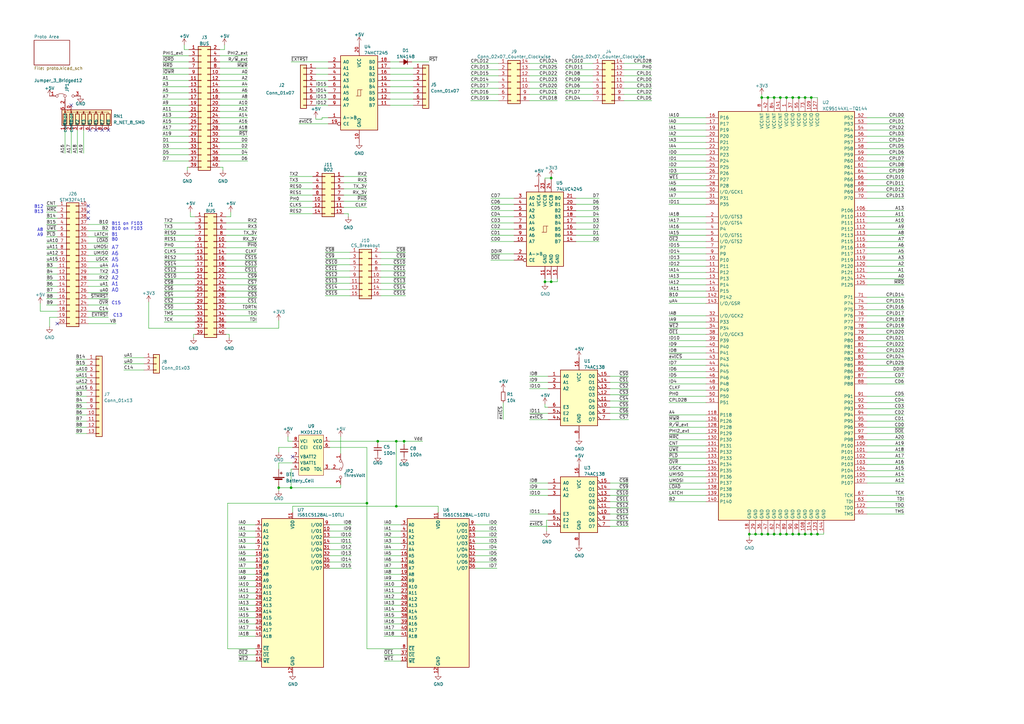
<source format=kicad_sch>
(kicad_sch (version 20230121) (generator eeschema)
  (paper "A3")
  (title_block (title "Unicomp v2 - RAMROM Board") (date "2023-02-03") (rev "v2.0") (company "100% Offner") (comment 1 "v2.0: Redesign with SRAM for Address Select"))
  (junction (at 322.58 40.005))
  (junction (at 325.12 219.075))
  (junction (at 114.3 200.025))
  (junction (at 320.04 40.005))
  (junction (at 312.42 40.005))
  (junction (at 327.66 219.075))
  (junction (at 226.06 73.025))
  (junction (at 332.74 40.005))
  (junction (at 312.42 219.075))
  (junction (at 332.74 219.075))
  (junction (at 317.5 40.005))
  (junction (at 322.58 219.075))
  (junction (at 314.96 219.075))
  (junction (at 314.96 40.005))
  (junction (at 309.88 219.075))
  (junction (at 154.94 180.975))
  (junction (at 223.52 115.57))
  (junction (at 150.495 206.375))
  (junction (at 307.34 219.075))
  (junction (at 162.56 180.975))
  (junction (at 330.2 219.075))
  (junction (at 327.66 40.005))
  (junction (at 165.735 180.975))
  (junction (at 330.2 40.005))
  (junction (at 325.12 40.005))
  (junction (at 119.38 200.025))
  (junction (at 335.28 219.075))
  (junction (at 162.56 207.645))
  (junction (at 317.5 219.075))
  (junction (at 226.06 115.57))
  (junction (at 320.04 219.075))
  (no_connect (at 120.015 187.325))
  (no_connect (at 36.83 53.34))
  (no_connect (at 44.45 53.34))
  (no_connect (at 29.21 43.18))
  (no_connect (at 36.195 84.455))
  (no_connect (at 36.195 86.995))
  (no_connect (at 36.195 89.535))
  (no_connect (at 41.91 53.34))
  (no_connect (at 39.37 53.34))
  (no_connect (at 23.495 132.715))
  (wire (pts (xy 164.465 227.965) (xy 157.48 227.965)))
  (wire (pts (xy 274.32 119.38) (xy 289.56 119.38)))
  (wire (pts (xy 66.675 58.42) (xy 77.47 58.42)))
  (wire (pts (xy 223.52 115.57) (xy 226.06 115.57)))
  (wire (pts (xy 231.775 28.575) (xy 243.205 28.575)))
  (wire (pts (xy 231.775 41.275) (xy 243.205 41.275)))
  (wire (pts (xy 36.195 120.015) (xy 44.45 120.015)))
  (wire (pts (xy 325.12 40.005) (xy 327.66 40.005)))
  (wire (pts (xy 355.6 198.12) (xy 370.84 198.12)))
  (wire (pts (xy 224.155 213.36) (xy 224.155 217.805)))
  (wire (pts (xy 274.32 60.96) (xy 289.56 60.96)))
  (wire (pts (xy 90.17 38.1) (xy 101.6 38.1)))
  (wire (pts (xy 92.71 116.84) (xy 105.41 116.84)))
  (wire (pts (xy 92.71 134.62) (xy 114.3 134.62)))
  (wire (pts (xy 133.35 111.125) (xy 143.51 111.125)))
  (wire (pts (xy 164.465 258.445) (xy 157.48 258.445)))
  (wire (pts (xy 164.465 245.745) (xy 157.48 245.745)))
  (wire (pts (xy 92.71 121.92) (xy 105.41 121.92)))
  (wire (pts (xy 355.6 170.18) (xy 370.84 170.18)))
  (wire (pts (xy 90.17 45.72) (xy 101.6 45.72)))
  (wire (pts (xy 231.775 36.195) (xy 243.205 36.195)))
  (wire (pts (xy 36.195 125.095) (xy 44.45 125.095)))
  (wire (pts (xy 90.17 30.48) (xy 101.6 30.48)))
  (wire (pts (xy 79.375 137.16) (xy 80.01 137.16)))
  (wire (pts (xy 194.945 220.345) (xy 203.835 220.345)))
  (wire (pts (xy 355.6 58.42) (xy 370.84 58.42)))
  (wire (pts (xy 317.5 40.005) (xy 320.04 40.005)))
  (wire (pts (xy 228.6 115.57) (xy 228.6 114.3)))
  (wire (pts (xy 104.775 238.125) (xy 97.79 238.125)))
  (wire (pts (xy 19.05 122.555) (xy 23.495 122.555)))
  (wire (pts (xy 201.295 106.68) (xy 210.82 106.68)))
  (wire (pts (xy 92.71 96.52) (xy 105.41 96.52)))
  (wire (pts (xy 31.115 154.94) (xy 35.56 154.94)))
  (wire (pts (xy 250.19 156.845) (xy 257.81 156.845)))
  (wire (pts (xy 226.06 73.025) (xy 226.06 73.66)))
  (wire (pts (xy 355.6 157.48) (xy 370.84 157.48)))
  (wire (pts (xy 274.32 170.18) (xy 289.56 170.18)))
  (wire (pts (xy 119.38 200.025) (xy 139.7 200.025)))
  (wire (pts (xy 104.775 255.905) (xy 97.79 255.905)))
  (wire (pts (xy 217.17 28.575) (xy 228.6 28.575)))
  (wire (pts (xy 118.11 180.975) (xy 120.015 180.975)))
  (wire (pts (xy 31.115 170.18) (xy 35.56 170.18)))
  (wire (pts (xy 332.74 219.075) (xy 335.28 219.075)))
  (wire (pts (xy 31.115 160.02) (xy 35.56 160.02)))
  (wire (pts (xy 160.02 30.48) (xy 169.545 30.48)))
  (wire (pts (xy 19.05 107.315) (xy 23.495 107.315)))
  (wire (pts (xy 250.19 205.74) (xy 257.81 205.74)))
  (wire (pts (xy 255.905 26.035) (xy 267.335 26.035)))
  (wire (pts (xy 355.6 78.74) (xy 370.84 78.74)))
  (wire (pts (xy 223.52 115.57) (xy 223.52 116.205)))
  (wire (pts (xy 90.17 35.56) (xy 101.6 35.56)))
  (wire (pts (xy 217.17 156.845) (xy 224.79 156.845)))
  (wire (pts (xy 36.195 104.775) (xy 44.45 104.775)))
  (wire (pts (xy 104.775 227.965) (xy 97.79 227.965)))
  (wire (pts (xy 307.34 219.075) (xy 309.88 219.075)))
  (wire (pts (xy 274.32 71.12) (xy 289.56 71.12)))
  (wire (pts (xy 201.295 81.28) (xy 210.82 81.28)))
  (wire (pts (xy 274.32 121.92) (xy 289.56 121.92)))
  (wire (pts (xy 133.35 113.665) (xy 143.51 113.665)))
  (wire (pts (xy 164.465 235.585) (xy 157.48 235.585)))
  (wire (pts (xy 66.675 33.02) (xy 77.47 33.02)))
  (wire (pts (xy 119.38 25.4) (xy 134.62 25.4)))
  (wire (pts (xy 135.255 183.515) (xy 150.495 183.515)))
  (wire (pts (xy 92.71 124.46) (xy 105.41 124.46)))
  (wire (pts (xy 250.19 215.9) (xy 257.81 215.9)))
  (wire (pts (xy 67.31 91.44) (xy 80.01 91.44)))
  (wire (pts (xy 307.34 220.345) (xy 307.34 219.075)))
  (wire (pts (xy 255.905 28.575) (xy 267.335 28.575)))
  (wire (pts (xy 31.115 172.72) (xy 35.56 172.72)))
  (wire (pts (xy 104.775 235.585) (xy 97.79 235.585)))
  (wire (pts (xy 92.71 91.44) (xy 105.41 91.44)))
  (wire (pts (xy 142.875 88.9) (xy 142.875 87.63)))
  (wire (pts (xy 236.22 86.36) (xy 245.745 86.36)))
  (wire (pts (xy 19.05 89.535) (xy 23.495 89.535)))
  (wire (pts (xy 231.775 38.735) (xy 243.205 38.735)))
  (wire (pts (xy 97.79 268.605) (xy 104.775 268.605)))
  (wire (pts (xy 274.32 177.8) (xy 289.56 177.8)))
  (wire (pts (xy 322.58 40.005) (xy 322.58 40.64)))
  (wire (pts (xy 355.6 172.72) (xy 370.84 172.72)))
  (wire (pts (xy 135.255 227.965) (xy 144.145 227.965)))
  (wire (pts (xy 327.66 40.005) (xy 330.2 40.005)))
  (wire (pts (xy 226.06 72.39) (xy 226.06 73.025)))
  (wire (pts (xy 93.345 266.065) (xy 104.775 266.065)))
  (wire (pts (xy 355.6 73.66) (xy 370.84 73.66)))
  (wire (pts (xy 206.375 165.1) (xy 206.375 172.085)))
  (wire (pts (xy 274.32 106.68) (xy 289.56 106.68)))
  (wire (pts (xy 355.6 203.2) (xy 370.84 203.2)))
  (wire (pts (xy 164.465 230.505) (xy 157.48 230.505)))
  (wire (pts (xy 193.04 41.275) (xy 204.47 41.275)))
  (wire (pts (xy 355.6 81.28) (xy 370.84 81.28)))
  (wire (pts (xy 133.35 106.045) (xy 143.51 106.045)))
  (wire (pts (xy 274.32 55.88) (xy 289.56 55.88)))
  (wire (pts (xy 274.32 48.26) (xy 289.56 48.26)))
  (wire (pts (xy 129.54 35.56) (xy 134.62 35.56)))
  (wire (pts (xy 50.8 149.225) (xy 59.055 149.225)))
  (wire (pts (xy 355.6 165.1) (xy 370.84 165.1)))
  (wire (pts (xy 355.6 210.82) (xy 370.84 210.82)))
  (wire (pts (xy 19.05 114.935) (xy 23.495 114.935)))
  (wire (pts (xy 16.51 124.46) (xy 16.51 127.635)))
  (wire (pts (xy 140.97 85.09) (xy 150.495 85.09)))
  (wire (pts (xy 36.195 112.395) (xy 44.45 112.395)))
  (wire (pts (xy 154.94 180.975) (xy 162.56 180.975)))
  (wire (pts (xy 274.32 104.14) (xy 289.56 104.14)))
  (wire (pts (xy 67.31 106.68) (xy 80.01 106.68)))
  (wire (pts (xy 250.19 164.465) (xy 257.81 164.465)))
  (wire (pts (xy 250.19 172.085) (xy 257.81 172.085)))
  (wire (pts (xy 236.22 81.28) (xy 245.745 81.28)))
  (wire (pts (xy 164.465 222.885) (xy 157.48 222.885)))
  (wire (pts (xy 355.6 76.2) (xy 370.84 76.2)))
  (wire (pts (xy 104.775 215.265) (xy 97.79 215.265)))
  (wire (pts (xy 66.675 63.5) (xy 77.47 63.5)))
  (wire (pts (xy 67.31 124.46) (xy 80.01 124.46)))
  (wire (pts (xy 67.31 129.54) (xy 80.01 129.54)))
  (wire (pts (xy 60.96 123.825) (xy 60.96 134.62)))
  (wire (pts (xy 355.6 53.34) (xy 370.84 53.34)))
  (wire (pts (xy 118.745 82.55) (xy 128.27 82.55)))
  (wire (pts (xy 140.97 82.55) (xy 150.495 82.55)))
  (wire (pts (xy 92.71 132.08) (xy 105.41 132.08)))
  (wire (pts (xy 274.32 116.84) (xy 289.56 116.84)))
  (wire (pts (xy 355.6 147.32) (xy 370.84 147.32)))
  (wire (pts (xy 20.32 130.175) (xy 20.32 133.985)))
  (wire (pts (xy 160.02 25.4) (xy 163.83 25.4)))
  (wire (pts (xy 317.5 40.005) (xy 317.5 40.64)))
  (wire (pts (xy 217.17 26.035) (xy 228.6 26.035)))
  (wire (pts (xy 157.48 268.605) (xy 164.465 268.605)))
  (wire (pts (xy 36.195 132.715) (xy 47.625 132.715)))
  (wire (pts (xy 92.71 114.3) (xy 105.41 114.3)))
  (wire (pts (xy 355.6 187.96) (xy 370.84 187.96)))
  (wire (pts (xy 92.71 104.14) (xy 105.41 104.14)))
  (wire (pts (xy 142.875 87.63) (xy 140.97 87.63)))
  (wire (pts (xy 274.32 162.56) (xy 289.56 162.56)))
  (wire (pts (xy 335.28 40.005) (xy 335.28 40.64)))
  (wire (pts (xy 274.32 154.94) (xy 289.56 154.94)))
  (wire (pts (xy 193.04 26.035) (xy 204.47 26.035)))
  (wire (pts (xy 355.6 99.06) (xy 370.84 99.06)))
  (wire (pts (xy 355.6 177.8) (xy 370.84 177.8)))
  (wire (pts (xy 66.675 53.34) (xy 77.47 53.34)))
  (wire (pts (xy 129.54 33.02) (xy 134.62 33.02)))
  (wire (pts (xy 19.05 120.015) (xy 23.495 120.015)))
  (wire (pts (xy 236.22 83.82) (xy 245.745 83.82)))
  (wire (pts (xy 104.775 233.045) (xy 97.79 233.045)))
  (wire (pts (xy 274.32 53.34) (xy 289.56 53.34)))
  (wire (pts (xy 194.945 227.965) (xy 203.835 227.965)))
  (wire (pts (xy 355.6 152.4) (xy 370.84 152.4)))
  (wire (pts (xy 332.74 219.075) (xy 332.74 218.44)))
  (wire (pts (xy 135.255 180.975) (xy 154.94 180.975)))
  (wire (pts (xy 223.52 73.025) (xy 223.52 73.66)))
  (wire (pts (xy 217.17 203.2) (xy 224.79 203.2)))
  (wire (pts (xy 355.6 205.74) (xy 370.84 205.74)))
  (wire (pts (xy 312.42 219.075) (xy 314.96 219.075)))
  (wire (pts (xy 114.3 201.295) (xy 114.3 200.025)))
  (wire (pts (xy 165.735 180.975) (xy 173.355 180.975)))
  (wire (pts (xy 19.05 104.775) (xy 23.495 104.775)))
  (wire (pts (xy 274.32 180.34) (xy 289.56 180.34)))
  (wire (pts (xy 135.255 230.505) (xy 144.145 230.505)))
  (wire (pts (xy 67.31 114.3) (xy 80.01 114.3)))
  (wire (pts (xy 217.17 38.735) (xy 228.6 38.735)))
  (wire (pts (xy 250.19 210.82) (xy 257.81 210.82)))
  (wire (pts (xy 156.21 118.745) (xy 166.37 118.745)))
  (wire (pts (xy 355.6 180.34) (xy 370.84 180.34)))
  (wire (pts (xy 36.195 122.555) (xy 44.45 122.555)))
  (wire (pts (xy 139.7 200.025) (xy 139.7 198.755)))
  (wire (pts (xy 332.74 40.005) (xy 335.28 40.005)))
  (wire (pts (xy 193.04 33.655) (xy 204.47 33.655)))
  (wire (pts (xy 164.465 271.145) (xy 157.48 271.145)))
  (wire (pts (xy 274.32 142.24) (xy 289.56 142.24)))
  (wire (pts (xy 129.54 43.18) (xy 134.62 43.18)))
  (wire (pts (xy 114.3 185.42) (xy 114.3 183.515)))
  (wire (pts (xy 19.05 117.475) (xy 23.495 117.475)))
  (wire (pts (xy 355.6 149.86) (xy 370.84 149.86)))
  (wire (pts (xy 355.6 142.24) (xy 370.84 142.24)))
  (wire (pts (xy 135.255 215.265) (xy 144.145 215.265)))
  (wire (pts (xy 93.345 206.375) (xy 93.345 266.065)))
  (wire (pts (xy 194.945 230.505) (xy 203.835 230.505)))
  (wire (pts (xy 76.835 68.58) (xy 77.47 68.58)))
  (wire (pts (xy 223.52 165.735) (xy 223.52 167.005)))
  (wire (pts (xy 29.21 53.34) (xy 29.21 62.865)))
  (wire (pts (xy 330.2 40.005) (xy 332.74 40.005)))
  (wire (pts (xy 330.2 219.075) (xy 332.74 219.075)))
  (wire (pts (xy 97.79 260.985) (xy 104.775 260.985)))
  (wire (pts (xy 94.615 86.995) (xy 94.615 88.9)))
  (wire (pts (xy 322.58 40.005) (xy 325.12 40.005)))
  (wire (pts (xy 274.32 114.3) (xy 289.56 114.3)))
  (wire (pts (xy 355.6 193.04) (xy 370.84 193.04)))
  (wire (pts (xy 90.17 50.8) (xy 101.6 50.8)))
  (wire (pts (xy 355.6 48.26) (xy 370.84 48.26)))
  (wire (pts (xy 355.6 50.8) (xy 370.84 50.8)))
  (wire (pts (xy 133.35 118.745) (xy 143.51 118.745)))
  (wire (pts (xy 19.05 99.695) (xy 23.495 99.695)))
  (wire (pts (xy 90.17 33.02) (xy 101.6 33.02)))
  (wire (pts (xy 120.015 210.185) (xy 120.015 207.645)))
  (wire (pts (xy 93.98 138.43) (xy 93.98 137.16)))
  (wire (pts (xy 325.12 219.075) (xy 325.12 218.44)))
  (wire (pts (xy 104.775 220.345) (xy 97.79 220.345)))
  (wire (pts (xy 66.675 43.18) (xy 77.47 43.18)))
  (wire (pts (xy 194.945 215.265) (xy 203.835 215.265)))
  (wire (pts (xy 274.32 76.2) (xy 289.56 76.2)))
  (wire (pts (xy 31.115 149.86) (xy 35.56 149.86)))
  (wire (pts (xy 194.945 217.805) (xy 203.835 217.805)))
  (wire (pts (xy 90.17 43.18) (xy 101.6 43.18)))
  (wire (pts (xy 320.04 219.075) (xy 320.04 218.44)))
  (wire (pts (xy 355.6 137.16) (xy 370.84 137.16)))
  (wire (pts (xy 274.32 205.74) (xy 289.56 205.74)))
  (wire (pts (xy 94.615 88.9) (xy 92.71 88.9)))
  (wire (pts (xy 156.21 116.205) (xy 166.37 116.205)))
  (wire (pts (xy 274.32 96.52) (xy 289.56 96.52)))
  (wire (pts (xy 31.115 175.26) (xy 35.56 175.26)))
  (wire (pts (xy 223.52 167.005) (xy 224.79 167.005)))
  (wire (pts (xy 92.71 127) (xy 105.41 127)))
  (wire (pts (xy 104.775 250.825) (xy 97.79 250.825)))
  (wire (pts (xy 320.04 40.005) (xy 322.58 40.005)))
  (wire (pts (xy 255.905 31.115) (xy 267.335 31.115)))
  (wire (pts (xy 201.295 86.36) (xy 210.82 86.36)))
  (wire (pts (xy 217.17 33.655) (xy 228.6 33.655)))
  (wire (pts (xy 160.02 38.1) (xy 169.545 38.1)))
  (wire (pts (xy 217.17 36.195) (xy 228.6 36.195)))
  (wire (pts (xy 104.775 243.205) (xy 97.79 243.205)))
  (wire (pts (xy 19.05 86.995) (xy 23.495 86.995)))
  (wire (pts (xy 355.6 86.36) (xy 370.84 86.36)))
  (wire (pts (xy 66.675 66.04) (xy 77.47 66.04)))
  (wire (pts (xy 92.71 129.54) (xy 105.41 129.54)))
  (wire (pts (xy 164.465 238.125) (xy 157.48 238.125)))
  (wire (pts (xy 355.6 185.42) (xy 370.84 185.42)))
  (wire (pts (xy 217.17 215.9) (xy 224.79 215.9)))
  (wire (pts (xy 50.8 146.685) (xy 59.055 146.685)))
  (wire (pts (xy 122.555 50.8) (xy 134.62 50.8)))
  (wire (pts (xy 193.04 28.575) (xy 204.47 28.575)))
  (wire (pts (xy 231.775 26.035) (xy 243.205 26.035)))
  (wire (pts (xy 314.96 219.075) (xy 317.5 219.075)))
  (wire (pts (xy 314.96 219.075) (xy 314.96 218.44)))
  (wire (pts (xy 156.21 113.665) (xy 166.37 113.665)))
  (wire (pts (xy 355.6 63.5) (xy 370.84 63.5)))
  (wire (pts (xy 135.255 225.425) (xy 144.145 225.425)))
  (wire (pts (xy 274.32 193.04) (xy 289.56 193.04)))
  (wire (pts (xy 312.42 219.075) (xy 312.42 218.44)))
  (wire (pts (xy 255.905 38.735) (xy 267.335 38.735)))
  (wire (pts (xy 75.565 18.415) (xy 75.565 20.32)))
  (wire (pts (xy 325.12 40.005) (xy 325.12 40.64)))
  (wire (pts (xy 104.775 230.505) (xy 97.79 230.505)))
  (wire (pts (xy 274.32 50.8) (xy 289.56 50.8)))
  (wire (pts (xy 31.115 162.56) (xy 35.56 162.56)))
  (wire (pts (xy 327.66 219.075) (xy 327.66 218.44)))
  (wire (pts (xy 327.66 219.075) (xy 330.2 219.075)))
  (wire (pts (xy 92.075 20.32) (xy 90.17 20.32)))
  (wire (pts (xy 34.29 53.34) (xy 34.29 62.865)))
  (wire (pts (xy 217.17 41.275) (xy 228.6 41.275)))
  (wire (pts (xy 236.22 88.9) (xy 245.745 88.9)))
  (wire (pts (xy 164.465 233.045) (xy 157.48 233.045)))
  (wire (pts (xy 129.54 30.48) (xy 134.62 30.48)))
  (wire (pts (xy 274.32 58.42) (xy 289.56 58.42)))
  (wire (pts (xy 325.12 219.075) (xy 327.66 219.075)))
  (wire (pts (xy 156.21 103.505) (xy 166.37 103.505)))
  (wire (pts (xy 201.295 96.52) (xy 210.82 96.52)))
  (wire (pts (xy 36.195 127.635) (xy 44.45 127.635)))
  (wire (pts (xy 104.775 248.285) (xy 97.79 248.285)))
  (wire (pts (xy 36.195 109.855) (xy 44.45 109.855)))
  (wire (pts (xy 129.54 48.26) (xy 129.54 48.895)))
  (wire (pts (xy 255.905 36.195) (xy 267.335 36.195)))
  (wire (pts (xy 114.3 200.025) (xy 119.38 200.025)))
  (wire (pts (xy 154.94 181.61) (xy 154.94 180.975)))
  (wire (pts (xy 193.04 31.115) (xy 204.47 31.115)))
  (wire (pts (xy 274.32 198.12) (xy 289.56 198.12)))
  (wire (pts (xy 129.54 27.94) (xy 134.62 27.94)))
  (wire (pts (xy 36.195 94.615) (xy 44.45 94.615)))
  (wire (pts (xy 255.905 33.655) (xy 267.335 33.655)))
  (wire (pts (xy 217.17 210.82) (xy 224.79 210.82)))
  (wire (pts (xy 355.6 124.46) (xy 370.84 124.46)))
  (wire (pts (xy 250.19 208.28) (xy 257.81 208.28)))
  (wire (pts (xy 31.115 167.64) (xy 35.56 167.64)))
  (wire (pts (xy 355.6 162.56) (xy 370.84 162.56)))
  (wire (pts (xy 355.6 93.98) (xy 370.84 93.98)))
  (wire (pts (xy 217.17 198.12) (xy 224.79 198.12)))
  (wire (pts (xy 201.295 104.14) (xy 210.82 104.14)))
  (wire (pts (xy 250.19 203.2) (xy 257.81 203.2)))
  (wire (pts (xy 355.6 116.84) (xy 370.84 116.84)))
  (wire (pts (xy 355.6 88.9) (xy 370.84 88.9)))
  (wire (pts (xy 179.705 207.645) (xy 179.705 210.185)))
  (wire (pts (xy 67.31 93.98) (xy 80.01 93.98)))
  (wire (pts (xy 193.04 36.195) (xy 204.47 36.195)))
  (wire (pts (xy 162.56 207.645) (xy 179.705 207.645)))
  (wire (pts (xy 355.6 60.96) (xy 370.84 60.96)))
  (wire (pts (xy 135.255 222.885) (xy 144.145 222.885)))
  (wire (pts (xy 119.38 192.405) (xy 119.38 200.025)))
  (wire (pts (xy 164.465 243.205) (xy 157.48 243.205)))
  (wire (pts (xy 160.02 35.56) (xy 169.545 35.56)))
  (wire (pts (xy 274.32 144.78) (xy 289.56 144.78)))
  (wire (pts (xy 164.465 225.425) (xy 157.48 225.425)))
  (wire (pts (xy 274.32 185.42) (xy 289.56 185.42)))
  (wire (pts (xy 274.32 157.48) (xy 289.56 157.48)))
  (wire (pts (xy 274.32 111.76) (xy 289.56 111.76)))
  (wire (pts (xy 36.195 130.175) (xy 44.45 130.175)))
  (wire (pts (xy 322.58 219.075) (xy 325.12 219.075)))
  (wire (pts (xy 327.66 40.005) (xy 327.66 40.64)))
  (wire (pts (xy 19.05 84.455) (xy 23.495 84.455)))
  (wire (pts (xy 140.97 72.39) (xy 150.495 72.39)))
  (wire (pts (xy 150.495 206.375) (xy 150.495 266.065)))
  (wire (pts (xy 164.465 217.805) (xy 157.48 217.805)))
  (wire (pts (xy 78.105 86.995) (xy 78.105 88.9)))
  (wire (pts (xy 66.675 38.1) (xy 77.47 38.1)))
  (wire (pts (xy 120.015 192.405) (xy 119.38 192.405)))
  (wire (pts (xy 274.32 195.58) (xy 289.56 195.58)))
  (wire (pts (xy 274.32 137.16) (xy 289.56 137.16)))
  (wire (pts (xy 250.19 161.925) (xy 257.81 161.925)))
  (wire (pts (xy 274.32 160.02) (xy 289.56 160.02)))
  (wire (pts (xy 156.21 108.585) (xy 166.37 108.585)))
  (wire (pts (xy 156.21 106.045) (xy 166.37 106.045)))
  (wire (pts (xy 118.745 77.47) (xy 128.27 77.47)))
  (wire (pts (xy 91.44 69.85) (xy 91.44 68.58)))
  (wire (pts (xy 160.02 33.02) (xy 169.545 33.02)))
  (wire (pts (xy 20.32 130.175) (xy 23.495 130.175)))
  (wire (pts (xy 114.3 189.865) (xy 120.015 189.865)))
  (wire (pts (xy 201.295 88.9) (xy 210.82 88.9)))
  (wire (pts (xy 274.32 149.86) (xy 289.56 149.86)))
  (wire (pts (xy 355.6 154.94) (xy 370.84 154.94)))
  (wire (pts (xy 67.31 101.6) (xy 80.01 101.6)))
  (wire (pts (xy 90.17 22.86) (xy 101.6 22.86)))
  (wire (pts (xy 36.195 117.475) (xy 44.45 117.475)))
  (wire (pts (xy 67.31 121.92) (xy 80.01 121.92)))
  (wire (pts (xy 355.6 175.26) (xy 370.84 175.26)))
  (wire (pts (xy 31.75 53.34) (xy 31.75 62.865)))
  (wire (pts (xy 66.675 30.48) (xy 77.47 30.48)))
  (wire (pts (xy 132.08 48.895) (xy 132.08 48.26)))
  (wire (pts (xy 274.32 182.88) (xy 289.56 182.88)))
  (wire (pts (xy 236.22 91.44) (xy 245.745 91.44)))
  (wire (pts (xy 355.6 129.54) (xy 370.84 129.54)))
  (wire (pts (xy 67.31 116.84) (xy 80.01 116.84)))
  (wire (pts (xy 274.32 139.7) (xy 289.56 139.7)))
  (wire (pts (xy 36.195 97.155) (xy 44.45 97.155)))
  (wire (pts (xy 164.465 240.665) (xy 157.48 240.665)))
  (wire (pts (xy 317.5 219.075) (xy 317.5 218.44)))
  (wire (pts (xy 250.19 213.36) (xy 257.81 213.36)))
  (wire (pts (xy 250.19 167.005) (xy 257.81 167.005)))
  (wire (pts (xy 104.775 217.805) (xy 97.79 217.805)))
  (wire (pts (xy 156.21 121.285) (xy 166.37 121.285)))
  (wire (pts (xy 133.35 108.585) (xy 143.51 108.585)))
  (wire (pts (xy 67.31 96.52) (xy 80.01 96.52)))
  (wire (pts (xy 320.04 219.075) (xy 322.58 219.075)))
  (wire (pts (xy 150.495 266.065) (xy 164.465 266.065)))
  (wire (pts (xy 104.775 240.665) (xy 97.79 240.665)))
  (wire (pts (xy 129.54 40.64) (xy 134.62 40.64)))
  (wire (pts (xy 90.17 40.64) (xy 101.6 40.64)))
  (wire (pts (xy 355.6 167.64) (xy 370.84 167.64)))
  (wire (pts (xy 274.32 99.06) (xy 289.56 99.06)))
  (wire (pts (xy 67.31 119.38) (xy 80.01 119.38)))
  (wire (pts (xy 194.945 225.425) (xy 203.835 225.425)))
  (wire (pts (xy 164.465 215.265) (xy 157.48 215.265)))
  (wire (pts (xy 224.155 213.36) (xy 224.79 213.36)))
  (wire (pts (xy 317.5 219.075) (xy 320.04 219.075)))
  (wire (pts (xy 160.02 27.94) (xy 169.545 27.94)))
  (wire (pts (xy 322.58 219.075) (xy 322.58 218.44)))
  (wire (pts (xy 274.32 78.74) (xy 289.56 78.74)))
  (wire (pts (xy 307.34 219.075) (xy 307.34 218.44)))
  (wire (pts (xy 274.32 165.1) (xy 289.56 165.1)))
  (wire (pts (xy 118.745 74.93) (xy 128.27 74.93)))
  (wire (pts (xy 66.675 48.26) (xy 77.47 48.26)))
  (wire (pts (xy 66.675 45.72) (xy 77.47 45.72)))
  (wire (pts (xy 104.775 271.145) (xy 97.79 271.145)))
  (wire (pts (xy 274.32 175.26) (xy 289.56 175.26)))
  (wire (pts (xy 92.71 109.22) (xy 105.41 109.22)))
  (wire (pts (xy 162.56 180.975) (xy 162.56 207.645)))
  (wire (pts (xy 19.05 92.075) (xy 23.495 92.075)))
  (wire (pts (xy 335.28 219.075) (xy 335.28 218.44)))
  (wire (pts (xy 312.42 38.735) (xy 312.42 40.005)))
  (wire (pts (xy 355.6 55.88) (xy 370.84 55.88)))
  (wire (pts (xy 140.97 74.93) (xy 150.495 74.93)))
  (wire (pts (xy 274.32 200.66) (xy 289.56 200.66)))
  (wire (pts (xy 312.42 40.005) (xy 314.96 40.005)))
  (wire (pts (xy 274.32 132.08) (xy 289.56 132.08)))
  (wire (pts (xy 355.6 139.7) (xy 370.84 139.7)))
  (wire (pts (xy 250.19 198.12) (xy 257.81 198.12)))
  (wire (pts (xy 193.04 38.735) (xy 204.47 38.735)))
  (wire (pts (xy 355.6 106.68) (xy 370.84 106.68)))
  (wire (pts (xy 156.21 111.125) (xy 166.37 111.125)))
  (wire (pts (xy 355.6 127) (xy 370.84 127)))
  (wire (pts (xy 104.775 225.425) (xy 97.79 225.425)))
  (wire (pts (xy 36.195 99.695) (xy 44.45 99.695)))
  (wire (pts (xy 91.44 68.58) (xy 90.17 68.58)))
  (wire (pts (xy 355.6 91.44) (xy 370.84 91.44)))
  (wire (pts (xy 274.32 152.4) (xy 289.56 152.4)))
  (wire (pts (xy 164.465 248.285) (xy 157.48 248.285)))
  (wire (pts (xy 135.255 217.805) (xy 144.145 217.805)))
  (wire (pts (xy 150.495 183.515) (xy 150.495 206.375)))
  (wire (pts (xy 104.775 258.445) (xy 97.79 258.445)))
  (wire (pts (xy 139.7 179.07) (xy 139.7 186.055)))
  (wire (pts (xy 92.71 99.06) (xy 105.41 99.06)))
  (wire (pts (xy 164.465 250.825) (xy 157.48 250.825)))
  (wire (pts (xy 274.32 109.22) (xy 289.56 109.22)))
  (wire (pts (xy 217.17 159.385) (xy 224.79 159.385)))
  (wire (pts (xy 274.32 83.82) (xy 289.56 83.82)))
  (wire (pts (xy 355.6 111.76) (xy 370.84 111.76)))
  (wire (pts (xy 93.98 137.16) (xy 92.71 137.16)))
  (wire (pts (xy 78.105 88.9) (xy 80.01 88.9)))
  (wire (pts (xy 19.05 112.395) (xy 23.495 112.395)))
  (wire (pts (xy 120.015 207.645) (xy 162.56 207.645)))
  (wire (pts (xy 217.17 154.305) (xy 224.79 154.305)))
  (wire (pts (xy 75.565 20.32) (xy 77.47 20.32)))
  (wire (pts (xy 19.05 94.615) (xy 23.495 94.615)))
  (wire (pts (xy 67.31 127) (xy 80.01 127)))
  (wire (pts (xy 355.6 208.28) (xy 370.84 208.28)))
  (wire (pts (xy 31.115 165.1) (xy 35.56 165.1)))
  (wire (pts (xy 92.71 93.98) (xy 105.41 93.98)))
  (wire (pts (xy 217.17 200.66) (xy 224.79 200.66)))
  (wire (pts (xy 26.67 53.34) (xy 26.67 62.865)))
  (wire (pts (xy 118.745 80.01) (xy 128.27 80.01)))
  (wire (pts (xy 274.32 190.5) (xy 289.56 190.5)))
  (wire (pts (xy 118.745 87.63) (xy 128.27 87.63)))
  (wire (pts (xy 355.6 132.08) (xy 370.84 132.08)))
  (wire (pts (xy 201.295 83.82) (xy 210.82 83.82)))
  (wire (pts (xy 79.375 138.43) (xy 79.375 137.16)))
  (wire (pts (xy 92.71 111.76) (xy 105.41 111.76)))
  (wire (pts (xy 231.775 33.655) (xy 243.205 33.655)))
  (wire (pts (xy 31.115 177.8) (xy 35.56 177.8)))
  (wire (pts (xy 274.32 124.46) (xy 289.56 124.46)))
  (wire (pts (xy 66.675 50.8) (xy 77.47 50.8)))
  (wire (pts (xy 67.31 99.06) (xy 80.01 99.06)))
  (wire (pts (xy 355.6 121.92) (xy 370.84 121.92)))
  (wire (pts (xy 92.075 18.415) (xy 92.075 20.32)))
  (wire (pts (xy 114.3 131.445) (xy 114.3 134.62)))
  (wire (pts (xy 60.96 134.62) (xy 80.01 134.62)))
  (wire (pts (xy 250.19 154.305) (xy 257.81 154.305)))
  (wire (pts (xy 67.31 109.22) (xy 80.01 109.22)))
  (wire (pts (xy 92.71 101.6) (xy 105.41 101.6)))
  (wire (pts (xy 140.97 77.47) (xy 150.495 77.47)))
  (wire (pts (xy 250.19 200.66) (xy 257.81 200.66)))
  (wire (pts (xy 133.35 121.285) (xy 143.51 121.285)))
  (wire (pts (xy 66.675 55.88) (xy 77.47 55.88)))
  (wire (pts (xy 36.195 107.315) (xy 44.45 107.315)))
  (wire (pts (xy 114.3 192.405) (xy 114.3 189.865)))
  (wire (pts (xy 332.74 40.005) (xy 332.74 40.64)))
  (wire (pts (xy 90.17 55.88) (xy 101.6 55.88)))
  (wire (pts (xy 50.8 151.765) (xy 59.055 151.765)))
  (wire (pts (xy 236.22 93.98) (xy 245.745 93.98)))
  (wire (pts (xy 135.255 220.345) (xy 144.145 220.345)))
  (wire (pts (xy 67.31 111.76) (xy 80.01 111.76)))
  (wire (pts (xy 150.495 206.375) (xy 93.345 206.375)))
  (wire (pts (xy 104.775 245.745) (xy 97.79 245.745)))
  (wire (pts (xy 355.6 134.62) (xy 370.84 134.62)))
  (wire (pts (xy 16.51 127.635) (xy 23.495 127.635)))
  (wire (pts (xy 135.89 192.405) (xy 135.255 192.405)))
  (wire (pts (xy 66.675 40.64) (xy 77.47 40.64)))
  (wire (pts (xy 355.6 114.3) (xy 370.84 114.3)))
  (wire (pts (xy 67.31 104.14) (xy 80.01 104.14)))
  (wire (pts (xy 201.295 91.44) (xy 210.82 91.44)))
  (wire (pts (xy 226.06 73.025) (xy 223.52 73.025)))
  (wire (pts (xy 274.32 203.2) (xy 289.56 203.2)))
  (wire (pts (xy 66.675 27.94) (xy 77.47 27.94)))
  (wire (pts (xy 223.52 114.3) (xy 223.52 115.57)))
  (wire (pts (xy 217.17 31.115) (xy 228.6 31.115)))
  (wire (pts (xy 309.88 219.075) (xy 309.88 218.44)))
  (wire (pts (xy 255.905 41.275) (xy 267.335 41.275)))
  (wire (pts (xy 157.48 260.985) (xy 164.465 260.985)))
  (wire (pts (xy 129.54 38.1) (xy 134.62 38.1)))
  (wire (pts (xy 314.96 40.005) (xy 317.5 40.005)))
  (wire (pts (xy 160.02 43.18) (xy 169.545 43.18)))
  (wire (pts (xy 66.675 25.4) (xy 77.47 25.4)))
  (wire (pts (xy 36.195 92.075) (xy 44.45 92.075)))
  (wire (pts (xy 201.295 93.98) (xy 210.82 93.98)))
  (wire (pts (xy 118.745 72.39) (xy 128.27 72.39)))
  (wire (pts (xy 90.17 66.04) (xy 101.6 66.04)))
  (wire (pts (xy 66.675 22.86) (xy 77.47 22.86)))
  (wire (pts (xy 274.32 101.6) (xy 289.56 101.6)))
  (wire (pts (xy 274.32 91.44) (xy 289.56 91.44)))
  (wire (pts (xy 355.6 144.78) (xy 370.84 144.78)))
  (wire (pts (xy 236.22 99.06) (xy 245.745 99.06)))
  (wire (pts (xy 19.05 102.235) (xy 23.495 102.235)))
  (wire (pts (xy 320.04 40.005) (xy 320.04 40.64)))
  (wire (pts (xy 133.35 116.205) (xy 143.51 116.205)))
  (wire (pts (xy 118.11 179.07) (xy 118.11 180.975)))
  (wire (pts (xy 309.88 219.075) (xy 312.42 219.075)))
  (wire (pts (xy 330.2 219.075) (xy 330.2 218.44)))
  (wire (pts (xy 164.465 220.345) (xy 157.48 220.345)))
  (wire (pts (xy 19.05 125.095) (xy 23.495 125.095)))
  (wire (pts (xy 132.08 48.26) (xy 134.62 48.26)))
  (wire (pts (xy 114.3 183.515) (xy 120.015 183.515)))
  (wire (pts (xy 194.945 233.045) (xy 203.835 233.045)))
  (wire (pts (xy 135.255 233.045) (xy 144.145 233.045)))
  (wire (pts (xy 274.32 73.66) (xy 289.56 73.66)))
  (wire (pts (xy 90.17 27.94) (xy 101.6 27.94)))
  (wire (pts (xy 274.32 147.32) (xy 289.56 147.32)))
  (wire (pts (xy 140.97 80.01) (xy 150.495 80.01)))
  (wire (pts (xy 312.42 40.005) (xy 312.42 40.64)))
  (wire (pts (xy 274.32 81.28) (xy 289.56 81.28)))
  (wire (pts (xy 231.775 31.115) (xy 243.205 31.115)))
  (wire (pts (xy 90.17 48.26) (xy 101.6 48.26)))
  (wire (pts (xy 92.71 106.68) (xy 105.41 106.68)))
  (wire (pts (xy 36.195 102.235) (xy 44.45 102.235)))
  (wire (pts (xy 355.6 104.14) (xy 370.84 104.14)))
  (wire (pts (xy 165.735 182.245) (xy 165.735 180.975)))
  (wire (pts (xy 160.02 40.64) (xy 169.545 40.64)))
  (wire (pts (xy 355.6 182.88) (xy 370.84 182.88)))
  (wire (pts (xy 274.32 187.96) (xy 289.56 187.96)))
  (wire (pts (xy 355.6 101.6) (xy 370.84 101.6)))
  (wire (pts (xy 129.54 48.895) (xy 132.08 48.895)))
  (wire (pts (xy 355.6 190.5) (xy 370.84 190.5)))
  (wire (pts (xy 330.2 40.005) (xy 330.2 40.64)))
  (wire (pts (xy 90.17 63.5) (xy 101.6 63.5)))
  (wire (pts (xy 104.775 222.885) (xy 97.79 222.885)))
  (wire (pts (xy 19.05 97.155) (xy 23.495 97.155)))
  (wire (pts (xy 274.32 172.72) (xy 289.56 172.72)))
  (wire (pts (xy 76.835 69.85) (xy 76.835 68.58)))
  (wire (pts (xy 274.32 88.9) (xy 289.56 88.9)))
  (wire (pts (xy 118.745 85.09) (xy 128.27 85.09)))
  (wire (pts (xy 355.6 195.58) (xy 370.84 195.58)))
  (wire (pts (xy 355.6 71.12) (xy 370.84 71.12)))
  (wire (pts (xy 36.195 114.935) (xy 44.45 114.935)))
  (wire (pts (xy 236.22 96.52) (xy 245.745 96.52)))
  (wire (pts (xy 104.775 253.365) (xy 97.79 253.365)))
  (wire (pts (xy 201.295 99.06) (xy 210.82 99.06)))
  (wire (pts (xy 250.19 159.385) (xy 257.81 159.385)))
  (wire (pts (xy 226.06 115.57) (xy 226.06 114.3)))
  (wire (pts (xy 31.115 152.4) (xy 35.56 152.4)))
  (wire (pts (xy 133.35 103.505) (xy 143.51 103.505)))
  (wire (pts (xy 31.115 147.32) (xy 35.56 147.32)))
  (wire (pts (xy 274.32 134.62) (xy 289.56 134.62)))
  (wire (pts (xy 66.675 35.56) (xy 77.47 35.56)))
  (wire (pts (xy 217.17 169.545) (xy 224.79 169.545)))
  (wire (pts (xy 31.115 157.48) (xy 35.56 157.48)))
  (wire (pts (xy 164.465 253.365) (xy 157.48 253.365)))
  (wire (pts (xy 355.6 66.04) (xy 370.84 66.04)))
  (wire (pts (xy 67.31 132.08) (xy 80.01 132.08)))
  (wire (pts (xy 250.19 169.545) (xy 257.81 169.545)))
  (wire (pts (xy 355.6 96.52) (xy 370.84 96.52)))
  (wire (pts (xy 274.32 63.5) (xy 289.56 63.5)))
  (wire (pts (xy 66.675 60.96) (xy 77.47 60.96)))
  (wire (pts (xy 90.17 53.34) (xy 101.6 53.34)))
  (wire (pts (xy 314.96 40.005) (xy 314.96 40.64)))
  (wire (pts (xy 194.945 222.885) (xy 203.835 222.885)))
  (wire (pts (xy 90.17 25.4) (xy 101.6 25.4)))
  (wire (pts (xy 337.82 219.075) (xy 337.82 218.44)))
  (wire (pts (xy 274.32 129.54) (xy 289.56 129.54)))
  (wire (pts (xy 92.71 119.38) (xy 105.41 119.38)))
  (wire (pts (xy 355.6 68.58) (xy 370.84 68.58)))
  (wire (pts (xy 168.91 25.4) (xy 175.895 25.4)))
  (wire (pts (xy 355.6 109.22) (xy 370.84 109.22)))
  (wire (pts (xy 274.32 68.58) (xy 289.56 68.58)))
  (wire (pts (xy 164.465 255.905) (xy 157.48 255.905)))
  (wire (pts (xy 226.06 115.57) (xy 228.6 115.57)))
  (wire (pts (xy 90.17 58.42) (xy 101.6 58.42)))
  (wire (pts (xy 19.05 109.855) (xy 23.495 109.855)))
  (wire (pts (xy 165.735 180.975) (xy 162.56 180.975)))
  (wire (pts (xy 217.17 172.085) (xy 224.79 172.085)))
  (wire (pts (xy 274.32 66.04) (xy 289.56 66.04)))
  (wire (pts (xy 90.17 60.96) (xy 101.6 60.96)))
  (wire (pts (xy 274.32 93.98) (xy 289.56 93.98)))
  (wire (pts (xy 335.28 219.075) (xy 337.82 219.075)))
  (text "C13" (at 46.355 130.175 0) (effects (font (size 1.27 1.27)) (justify left bottom)))
  (text "B11 on F103\nB10 on F103" (at 45.72 94.615 0) (effects (font (size 1.27 1.27)) (justify left bottom)))
  (text "B12\nB13" (at 13.97 87.63 0) (effects (font (size 1.27 1.27)) (justify left bottom)))
  (text "C15" (at 45.72 125.095 0) (effects (font (size 1.27 1.27)) (justify left bottom)))
  (text "A7\nA6\nA5\nA4\nA3\nA2\nA1\nA0" (at 45.72 120.015 0) (effects (font (size 1.55 1.55)) (justify left bottom)))
  (text "B1\nB0" (at 45.72 99.06 0) (effects (font (size 1.27 1.27)) (justify left bottom)))
  (text "A8\nA9" (at 15.24 97.155 0) (effects (font (size 1.27 1.27)) (justify left bottom)))
  (label "ID15" (at 274.32 101.6 0))
  (label "CD3" (at 201.295 91.44 0))
  (label "B14" (at 31.115 147.32 0))
  (label "RES1" (at 118.745 80.01 0))
  (label "~{CS7}" (at 105.41 116.84 180))
  (label "IA16" (at 274.32 93.98 0))
  (label "~{extCS}" (at 122.555 50.8 0))
  (label "B4" (at 31.115 165.1 0))
  (label "IA10" (at 274.32 48.26 0))
  (label "CLKF" (at 274.32 160.02 0))
  (label "~{CS13}" (at 133.35 116.205 0))
  (label "B2" (at 274.32 205.74 0))
  (label "CPLD15" (at 193.04 31.115 0))
  (label "~{EXTRST}" (at 119.38 25.4 0))
  (label "ID4" (at 274.32 157.48 0))
  (label "ID10" (at 144.145 220.345 180))
  (label "CD7" (at 201.295 81.28 0))
  (label "IA5" (at 97.79 227.965 0))
  (label "A17" (at 29.21 62.865 90))
  (label "~{CS4}" (at 67.31 121.92 0))
  (label "CPLD28" (at 274.32 165.1 0))
  (label "~{CS12}" (at 257.81 208.28 180))
  (label "ID14" (at 274.32 104.14 0))
  (label "~{CS15}" (at 105.41 106.68 180))
  (label "UMISO" (at 44.45 104.775 180))
  (label "~{CS8}" (at 166.37 103.505 180))
  (label "CPLD18" (at 228.6 41.275 180))
  (label "IA10" (at 157.48 240.665 0))
  (label "~{CS3}" (at 105.41 121.92 180))
  (label "A7" (at 370.84 99.06 180))
  (label "A16" (at 26.67 62.865 90))
  (label "CPLD12" (at 370.84 78.74 180))
  (label "~{MRC}" (at 19.05 86.995 0))
  (label "ID4" (at 203.835 225.425 180))
  (label "~{OVR}" (at 274.32 190.5 0))
  (label "B8" (at 19.05 122.555 0))
  (label "B7" (at 19.05 120.015 0))
  (label "IA14" (at 157.48 250.825 0))
  (label "A4" (at 274.32 170.18 0))
  (label "TDRTN" (at 105.41 127 180))
  (label "~{CS5}" (at 257.81 167.005 180))
  (label "ID9" (at 217.17 200.66 0))
  (label "CNT" (at 19.05 84.455 0))
  (label "CPLD22" (at 370.84 142.24 180))
  (label "LATCH" (at 274.32 203.2 0))
  (label "R{slash}~{W}_ext" (at 101.6 25.4 180))
  (label "~{CS14}" (at 133.35 118.745 0))
  (label "CPLD8" (at 370.84 68.58 180))
  (label "~{CS10}" (at 67.31 114.3 0))
  (label "~{OE2}" (at 274.32 99.06 0))
  (label "CPLD0" (at 370.84 48.26 180))
  (label "IA12" (at 274.32 116.84 0))
  (label "USCK" (at 44.45 107.315 180))
  (label "uA12" (at 19.05 104.775 0))
  (label "~{OE1}" (at 274.32 137.16 0))
  (label "RES0" (at 118.745 77.47 0))
  (label "A17" (at 370.84 187.96 180))
  (label "ID11" (at 144.145 222.885 180))
  (label "A10" (at 101.6 43.18 180))
  (label "D5" (at 245.745 86.36 180))
  (label "ID12" (at 274.32 109.22 0))
  (label "A0" (at 101.6 30.48 180))
  (label "CPLD23" (at 370.84 144.78 180))
  (label "ID9" (at 274.32 142.24 0))
  (label "IA15" (at 97.79 253.365 0))
  (label "~{CS9}" (at 257.81 200.66 180))
  (label "IA17" (at 97.79 258.445 0))
  (label "CD2" (at 201.295 93.98 0))
  (label "~{OE1}" (at 157.48 268.605 0))
  (label "CPLD23" (at 228.6 33.655 180))
  (label "~{CS1}" (at 257.81 156.845 180))
  (label "CLKF" (at 105.41 104.14 180))
  (label "CLKF" (at 150.495 85.09 180))
  (label "PH0" (at 267.335 28.575 180))
  (label "CPLD19" (at 370.84 134.62 180))
  (label "~{CS5}" (at 105.41 119.38 180))
  (label "CD0" (at 201.295 99.06 0))
  (label "IA5" (at 157.48 227.965 0))
  (label "IA11" (at 97.79 243.205 0))
  (label "B10" (at 44.45 92.075 180))
  (label "ID11" (at 274.32 83.82 0))
  (label "RX3" (at 105.41 93.98 180))
  (label "~{CS11}" (at 105.41 111.76 180))
  (label "CPLD13" (at 193.04 28.575 0))
  (label "~{CS13}" (at 257.81 210.82 180))
  (label "~{CS12}" (at 133.35 113.665 0))
  (label "TX2" (at 118.745 72.39 0))
  (label "TX2" (at 67.31 91.44 0))
  (label "~{extCS}" (at 217.17 215.9 0))
  (label "CD0" (at 370.84 175.26 180))
  (label "~{CS1}" (at 105.41 124.46 180))
  (label "IA13" (at 157.48 248.285 0))
  (label "~{MWR}" (at 274.32 172.72 0))
  (label "TX3" (at 67.31 93.98 0))
  (label "D0" (at 245.745 99.06 180))
  (label "CD1" (at 201.295 96.52 0))
  (label "~{CS13}" (at 105.41 109.22 180))
  (label "D5" (at 66.675 63.5 0))
  (label "A1" (at 370.84 111.76 180))
  (label "CPLD16" (at 370.84 127 180))
  (label "CD6" (at 201.295 83.82 0))
  (label "~{PLD}" (at 274.32 187.96 0))
  (label "B15" (at 31.115 149.86 0))
  (label "~{CS12}" (at 166.37 113.665 180))
  (label "~{CS13}" (at 166.37 116.205 180))
  (label "CPLD3" (at 267.335 36.195 180))
  (label "~{CS15}" (at 133.35 121.285 0))
  (label "IA11" (at 274.32 119.38 0))
  (label "TCK" (at 370.84 203.2 180))
  (label "uA0" (at 50.8 149.225 0))
  (label "B8" (at 31.115 175.26 0))
  (label "A12" (at 101.6 45.72 180))
  (label "~{MRD}" (at 66.675 27.94 0))
  (label "IA18" (at 274.32 88.9 0))
  (label "IA16" (at 157.48 255.905 0))
  (label "CLKS" (at 118.745 85.09 0))
  (label "uA11" (at 19.05 102.235 0))
  (label "A17" (at 66.675 53.34 0))
  (label "~{CS7}" (at 257.81 172.085 180))
  (label "UMOSI" (at 44.45 102.235 180))
  (label "ID1" (at 203.835 217.805 180))
  (label "A2" (at 101.6 33.02 180))
  (label "~{DOE}" (at 370.84 177.8 180))
  (label "IA5" (at 274.32 76.2 0))
  (label "RX2" (at 44.45 114.935 180))
  (label "IA6" (at 274.32 78.74 0))
  (label "ID6" (at 274.32 152.4 0))
  (label "RX_3V" (at 105.41 99.06 180))
  (label "~{CS11}" (at 166.37 111.125 180))
  (label "D7" (at 66.675 66.04 0))
  (label "IA0" (at 274.32 50.8 0))
  (label "uA1" (at 44.45 117.475 180))
  (label "~{CS11}" (at 133.35 111.125 0))
  (label "CPLD28" (at 267.335 26.035 180))
  (label "IA18" (at 157.48 260.985 0))
  (label "D4" (at 245.745 88.9 180))
  (label "~{IOWR}" (at 66.675 30.48 0))
  (label "~{CS12}" (at 67.31 111.76 0))
  (label "ID13" (at 144.145 227.965 180))
  (label "A20" (at 370.84 180.34 180))
  (label "B7" (at 31.115 172.72 0))
  (label "D2" (at 245.745 93.98 180))
  (label "uA11" (at 31.115 154.94 0))
  (label "~{CS9}" (at 166.37 106.045 180))
  (label "D2" (at 101.6 60.96 180))
  (label "uA15" (at 31.115 160.02 0))
  (label "RX2" (at 150.495 72.39 180))
  (label "IA4" (at 97.79 225.425 0))
  (label "A11" (at 370.84 88.9 180))
  (label "~{CS6}" (at 257.81 169.545 180))
  (label "B4" (at 19.05 112.395 0))
  (label "A8" (at 101.6 40.64 180))
  (label "A18" (at 31.75 62.865 90))
  (label "D3" (at 66.675 60.96 0))
  (label "~{CS14}" (at 166.37 118.745 180))
  (label "A9" (at 66.675 43.18 0))
  (label "LATCH" (at 44.45 97.155 180))
  (label "RES1" (at 67.31 99.06 0))
  (label "CPLD9" (at 370.84 71.12 180))
  (label "CPLD5" (at 267.335 41.275 180))
  (label "~{CS2}" (at 257.81 159.385 180))
  (label "IA13" (at 274.32 114.3 0))
  (label "CPLD25" (at 228.6 28.575 180))
  (label "~{DOE}" (at 201.295 106.68 0))
  (label "IA7" (at 97.79 233.045 0))
  (label "IA14" (at 274.32 111.76 0))
  (label "CPLD0" (at 267.335 33.655 180))
  (label "~{CS10}" (at 133.35 108.585 0))
  (label "CPLD12" (at 193.04 26.035 0))
  (label "A2" (at 370.84 109.22 180))
  (label "A19" (at 34.29 62.865 90))
  (label "CPLD11" (at 231.775 28.575 0))
  (label "B14" (at 19.05 89.535 0))
  (label "TX_3V" (at 150.495 77.47 180))
  (label "ID8" (at 274.32 144.78 0))
  (label "~{MRC}" (at 274.32 180.34 0))
  (label "~{CS10}" (at 257.81 203.2 180))
  (label "C14" (at 44.45 127.635 180))
  (label "CPLD1" (at 370.84 50.8 180))
  (label "~{CS9}" (at 105.41 114.3 180))
  (label "ID13" (at 133.985 40.64 180))
  (label "~{WE1}" (at 157.48 271.145 0))
  (label "~{extCS}" (at 217.17 172.085 0))
  (label "D3" (at 245.745 91.44 180))
  (label "~{IORD}" (at 66.675 25.4 0))
  (label "~{CS8}" (at 67.31 116.84 0))
  (label "~{OVR}" (at 44.45 125.095 180))
  (label "ID10" (at 274.32 139.7 0))
  (label "TCK" (at 67.31 132.08 0))
  (label "A4" (at 101.6 35.56 180))
  (label "TDI" (at 105.41 132.08 180))
  (label "A5" (at 370.84 104.14 180))
  (label "~{CS9}" (at 133.35 106.045 0))
  (label "A10" (at 370.84 91.44 180))
  (label "UMOSI" (at 274.32 198.12 0))
  (label "CPLD19" (at 193.04 41.275 0))
  (label "~{WE2}" (at 274.32 134.62 0))
  (label "A3" (at 370.84 106.68 180))
  (label "RX_3V" (at 150.495 80.01 180))
  (label "CPLD8" (at 231.775 31.115 0))
  (label "B6" (at 19.05 117.475 0))
  (label "IA2" (at 97.79 220.345 0))
  (label "CPLD10" (at 231.775 26.035 0))
  (label "ID12" (at 144.145 225.425 180))
  (label "ID5" (at 274.32 154.94 0))
  (label "ID3" (at 274.32 71.12 0))
  (label "CPLD2" (at 370.84 53.34 180))
  (label "uA15" (at 19.05 107.315 0))
  (label "~{EXTRST}" (at 44.45 130.175 180))
  (label "IA12" (at 157.48 245.745 0))
  (label "IA3" (at 274.32 58.42 0))
  (label "IA18" (at 97.79 260.985 0))
  (label "uA0" (at 44.45 120.015 180))
  (label "A8" (at 370.84 96.52 180))
  (label "~{CS10}" (at 166.37 108.585 180))
  (label "uA10" (at 31.115 152.4 0))
  (label "TX_3V" (at 105.41 96.52 180))
  (label "C14" (at 50.8 151.765 0))
  (label "IA7" (at 274.32 81.28 0))
  (label "~{PH0}" (at 105.41 101.6 180))
  (label "ID8" (at 144.145 215.265 180))
  (label "A6" (at 101.6 38.1 180))
  (label "RES2" (at 67.31 106.68 0))
  (label "CPLD16" (at 193.04 38.735 0))
  (label "ID9" (at 144.145 217.805 180))
  (label "IA2" (at 274.32 55.88 0))
  (label "~{PLD}" (at 19.05 97.155 0))
  (label "ID14" (at 144.145 230.505 180))
  (label "USCK" (at 274.32 193.04 0))
  (label "IA2" (at 157.48 220.345 0))
  (label "IA0" (at 157.48 215.265 0))
  (label "D7" (at 245.745 81.28 180))
  (label "ID2" (at 203.835 220.345 180))
  (label "B2" (at 44.45 94.615 180))
  (label "CPLD24" (at 228.6 26.035 180))
  (label "CPLD6" (at 231.775 36.195 0))
  (label "A0" (at 370.84 114.3 180))
  (label "CD1" (at 370.84 172.72 180))
  (label "~{WE2}" (at 97.79 271.145 0))
  (label "uA1" (at 50.8 146.685 0))
  (label "~{MWR}" (at 101.6 27.94 180))
  (label "A18" (at 370.84 185.42 180))
  (label "A18" (at 101.6 53.34 180))
  (label "A16" (at 101.6 50.8 180))
  (label "IA8" (at 157.48 235.585 0))
  (label "ID10" (at 217.17 159.385 0))
  (label "ID5" (at 203.835 227.965 180))
  (label "A12" (at 370.84 198.12 180))
  (label "B3" (at 31.115 162.56 0))
  (label "IA8" (at 274.32 129.54 0))
  (label "IA14" (at 97.79 250.825 0))
  (label "ID12" (at 133.985 43.18 180))
  (label "D0" (at 101.6 58.42 180))
  (label "B10" (at 274.32 121.92 0))
  (label "~{CS6}" (at 67.31 119.38 0))
  (label "IA7" (at 157.48 233.045 0))
  (label "CD2" (at 370.84 170.18 180))
  (label "ID14" (at 133.985 38.1 180))
  (label "CPLD4" (at 370.84 58.42 180))
  (label "ID15" (at 133.985 35.56 180))
  (label "CPLD2" (at 267.335 38.735 180))
  (label "CPLD7" (at 231.775 38.735 0))
  (label "CPLD24" (at 370.84 147.32 180))
  (label "A3" (at 66.675 35.56 0))
  (label "TDI" (at 370.84 205.74 180))
  (label "IA8" (at 97.79 235.585 0))
  (label "VB" (at 47.625 132.715 180))
  (label "IA0" (at 97.79 215.265 0))
  (label "CD7" (at 370.84 154.94 180))
  (label "B5" (at 19.05 114.935 0))
  (label "B5" (at 31.115 167.64 0))
  (label "A9" (at 370.84 93.98 180))
  (label "~{extCS}" (at 274.32 147.32 0))
  (label "CPLD17" (at 193.04 36.195 0))
  (label "~{RST}" (at 175.895 25.4 0))
  (label "IA9" (at 157.48 238.125 0))
  (label "TMS" (at 370.84 210.82 180))
  (label "ID0" (at 274.32 63.5 0))
  (label "IA9" (at 274.32 132.08 0))
  (label "TX2" (at 44.45 112.395 180))
  (label "~{extCS}" (at 206.375 172.085 90))
  (label "CPLD14" (at 193.04 33.655 0))
  (label "A7" (at 66.675 40.64 0))
  (label "~{CS15}" (at 257.81 215.9 180))
  (label "ID1" (at 274.32 66.04 0))
  (label "D4" (at 101.6 63.5 180))
  (label "R{slash}~{W}_ext" (at 274.32 175.26 0))
  (label "CPLD6" (at 370.84 63.5 180))
  (label "CPLD1" (at 267.335 31.115 180))
  (label "IA17" (at 157.48 258.445 0))
  (label "PH0" (at 274.32 162.56 0))
  (label "IA16" (at 97.79 255.905 0))
  (label "CPLD5" (at 370.84 60.96 180))
  (label "PHI2_ext" (at 101.6 22.86 180))
  (label "~{PH0}" (at 150.495 82.55 180))
  (label "RX2" (at 105.41 91.44 180))
  (label "TDO" (at 105.41 129.54 180))
  (label "CPLD25" (at 370.84 149.86 180))
  (label "CLKS" (at 67.31 104.14 0))
  (label "A5" (at 66.675 38.1 0))
  (label "CPLD22" (at 228.6 31.115 180))
  (label "B9" (at 19.05 125.095 0))
  (label "A13" (at 66.675 48.26 0))
  (label "CNT" (at 274.32 182.88 0))
  (label "CPLD18" (at 370.84 132.08 180))
  (label "CPLD21" (at 228.6 38.735 180))
  (label "CPLD3" (at 370.84 55.88 180))
  (label "~{CS15}" (at 166.37 121.285 180))
  (label "ID0" (at 203.835 215.265 180))
  (label "CD4" (at 201.295 88.9 0))
  (label "ID11" (at 217.17 169.545 0))
  (label "Vdd" (at 173.355 180.975 180))
  (label "IA6" (at 157.48 230.505 0))
  (label "~{WE1}" (at 274.32 73.66 0))
  (label "A15" (at 66.675 50.8 0))
  (label "ID3" (at 203.835 222.885 180))
  (label "CPLD4" (at 231.775 41.275 0))
  (label "uA12" (at 31.115 157.48 0))
  (label "~{CS0}" (at 67.31 127 0))
  (label "~{OE2}" (at 97.79 268.605 0))
  (label "IA1" (at 274.32 53.34 0))
  (label "CD5" (at 370.84 162.56 180))
  (label "ID6" (at 203.835 230.505 180))
  (label "TMS" (at 67.31 129.54 0))
  (label "CPLD7" (at 370.84 66.04 180))
  (label "D1" (at 245.745 96.52 180))
  (label "D6" (at 101.6 66.04 180))
  (label "~{MRD}" (at 370.84 116.84 180))
  (label "ID2" (at 274.32 68.58 0))
  (label "ID15" (at 144.145 233.045 180))
  (label "D1" (at 66.675 58.42 0))
  (label "~{UWE}" (at 19.05 94.615 0))
  (label "PH0" (at 67.31 101.6 0))
  (label "~{CS4}" (at 257.81 164.465 180))
  (label "IA10" (at 97.79 240.665 0))
  (label "ID7" (at 274.32 149.86 0))
  (label "IA9" (at 97.79 238.125 0))
  (label "IA17" (at 274.32 91.44 0))
  (label "~{STMRST}" (at 44.45 122.555 180))
  (label "D6" (at 245.745 83.82 180))
  (label "~{CS8}" (at 257.81 198.12 180))
  (label "IA12" (at 97.79 245.745 0))
  (label "CPLD9" (at 231.775 33.655 0))
  (label "IA15" (at 157.48 253.365 0))
  (label "~{UWE}" (at 274.32 185.42 0))
  (label "TDO" (at 370.84 208.28 180))
  (label "~{CS11}" (at 257.81 205.74 180))
  (label "CPLD14" (at 370.84 121.92 180))
  (label "~{RST}" (at 101.6 55.88 180))
  (label "ID8" (at 217.17 198.12 0))
  (label "RES2" (at 118.745 87.63 0))
  (label "A15" (at 370.84 193.04 180))
  (label "uA4" (at 44.45 109.855 180))
  (label "CD3" (at 370.84 167.64 180))
  (label "IA13" (at 97.79 248.285 0))
  (label "CD6" (at 370.84 157.48 180))
  (label "~{CS14}" (at 257.81 213.36 180))
  (label "CPLD17" (at 370.84 129.54 180))
  (label "B3" (at 19.05 109.855 0))
  (label "IA15" (at 274.32 96.52 0))
  (label "PHI2_ext" (at 274.32 177.8 0))
  (label "IA6" (at 97.79 230.505 0))
  (label "A19" (at 370.84 182.88 180))
  (label "A19" (at 66.675 55.88 0))
  (label "IA3" (at 97.79 222.885 0))
  (label "B15" (at 19.05 92.075 0))
  (label "ID9" (at 217.17 156.845 0))
  (label "DDIR" (at 370.84 152.4 180))
  (label "IA4" (at 157.48 225.425 0))
  (label "CPLD20" (at 228.6 36.195 180))
  (label "IA1" (at 157.48 217.805 0))
  (label "IA1" (at 97.79 217.805 0))
  (label "CPLD15" (at 370.84 124.46 180))
  (label "CPLD21" (at 370.84 139.7 180))
  (label "UMISO" (at 274.32 195.58 0))
  (label "TX3" (at 118.745 74.93 0))
  (label "uA10" (at 19.05 99.695 0))
  (label "A14" (at 101.6 48.26 180))
  (label "PH0" (at 118.745 82.55 0))
  (label "RX3" (at 150.495 74.93 180))
  (label "CPLD11" (at 370.84 76.2 180))
  (label "CD5" (at 201.295 86.36 0))
  (label "CD4" (at 370.84 165.1 180))
  (label "A14" (at 370.84 195.58 180))
  (label "CPLD20" (at 370.84 137.16 180))
  (label "~{LOAD}" (at 44.45 99.695 180))
  (label "CPLD13" (at 370.84 81.28 180))
  (label "ID8" (at 217.17 154.305 0))
  (label "CPLD10" (at 370.84 73.66 180))
  (label "DDIR" (at 201.295 104.14 0))
  (label "uA4" (at 274.32 124.46 0))
  (label "~{CS8}" (at 133.35 103.505 0))
  (label "~{CS14}" (at 67.31 109.22 0))
  (label "IA11" (at 157.48 243.205 0))
  (label "RES0" (at 67.31 96.52 0))
  (label "~{LOAD}" (at 274.32 200.66 0))
  (label "ID7" (at 203.835 233.045 180))
  (label "A11" (at 66.675 45.72 0))
  (label "~{CS0}" (at 257.81 154.305 180))
  (label "B9" (at 31.115 177.8 0))
  (label "~{CS2}" (at 67.31 124.46 0))
  (label "A13" (at 370.84 86.36 180))
  (label "A1" (at 66.675 33.02 0))
  (label "IA4" (at 274.32 60.96 0))
  (label "A16" (at 370.84 190.5 180))
  (label "~{CS3}" (at 257.81 161.925 180))
  (label "ID13" (at 274.32 106.68 0))
  (label "ID11" (at 217.17 210.82 0))
  (label "A6" (at 370.84 101.6 180))
  (label "ID10" (at 217.17 203.2 0))
  (label "IA3" (at 157.48 222.885 0))
  (label "PHI1_ext" (at 66.675 22.86 0))
  (label "B6" (at 31.115 170.18 0))
  (symbol (lib_id "power:GND") (at 237.49 223.52 0) (unit 1)
    (property "Reference" "#PWR0120" (effects hide))
    (property "Value" "GND" (at 237.617 227.9142 0))
  )
  (symbol (lib_id "Connector_Generic:Conn_01x07") (at 124.46 35.56 0) (mirror y) (unit 1)
    (property "Reference" "J2" (at 115.57 34.925 0))
    (property "Value" "Conn_01x07" (at 114.935 38.1 0))
    (property "Footprint" "Connector_PinHeader_2.54mm:PinHeader_1x07_P2.54mm_Vertical" (effects hide))
  )
  (symbol (lib_id "Connector_Generic:Conn_02x20_Odd_Even") (at 82.55 43.18 0) (unit 1)
    (property "Reference" "J3" (at 83.82 15.3502 0))
    (property "Value" "BUS" (at 83.82 17.8871 0))
    (property "Footprint" "Connector_PinSocket_2.54mm:PinSocket_2x20_P2.54mm_Vertical" (effects hide))
  )
  (symbol (lib_name "+5V_12") (lib_id "power:+5V") (at 118.11 179.07 0) (unit 1)
    (property "Reference" "#PWR0145" (effects hide))
    (property "Value" "+5V" (at 118.11 175.895 0))
  )
  (symbol (lib_name "GND_7") (lib_id "power:GND") (at 154.94 186.69 0) (unit 1)
    (property "Reference" "#PWR0142" (effects hide))
    (property "Value" "GND" (at 154.94 189.865 0))
  )
  (symbol (lib_id "power:GND") (at 179.705 276.225 0) (unit 1)
    (property "Reference" "#PWR0114" (effects hide))
    (property "Value" "GND" (at 179.832 280.6192 0))
  )
  (symbol (lib_name "GND_7") (lib_id "power:GND") (at 114.3 201.295 0) (unit 1)
    (property "Reference" "#PWR0113" (effects hide))
    (property "Value" "GND" (at 114.3 204.47 0))
  )
  (symbol (lib_id "power:+5V") (at 16.51 124.46 0) (unit 1)
    (property "Reference" "#PWR0146" (effects hide))
    (property "Value" "+5V" (at 16.51 120.8842 0))
  )
  (symbol (lib_id "Connector_Generic:Conn_02x07_Counter_Clockwise") (at 209.55 33.655 0) (unit 1)
    (property "Reference" "J9" (at 210.82 21.185 0))
    (property "Value" "Conn_02x07_Counter_Clockwise" (at 210.82 23.233 0))
    (property "Footprint" "Connector_PinHeader_2.00mm:PinHeader_2x07_P2.00mm_Vertical" (effects hide))
  )
  (symbol (lib_id "my_ics_new:R_NET_8_SMD") (at 19.05 61.595 0) (unit 1)
    (property "Reference" "RN1" (at 46.482 47.6793 0) (effects (justify left)))
    (property "Value" "R_NET_8_SMD" (at 46.482 50.2162 0) (effects (justify left)))
    (property "Footprint" "my_own:R_Net2512_6.4x3.1_P1.27" (effects hide))
  )
  (symbol (lib_id "74xx:74LS138") (at 237.49 161.925 0) (unit 1)
    (property "Reference" "U1" (at 239.5094 148.0652 0) (effects (justify left)))
    (property "Value" "74AC138" (at 239.5094 150.6021 0) (effects (justify left)))
    (property "Footprint" "Package_SO:TSSOP-16_4.4x5mm_P0.65mm" (effects hide))
    (property "Datasheet" "http://www.ti.com/lit/gpn/sn74LS138" (effects hide))
  )
  (symbol (lib_id "power:GND") (at 76.835 69.85 0) (unit 1)
    (property "Reference" "#PWR010" (effects hide))
    (property "Value" "GND" (at 76.835 74.2934 0))
  )
  (symbol (lib_id "power:+5V") (at 94.615 86.995 0) (mirror y) (unit 1)
    (property "Reference" "#PWR0101" (effects hide))
    (property "Value" "+5V" (at 94.615 83.4192 0))
  )
  (symbol (lib_id "Jumper:Jumper_3_Bridged12") (at 139.7 192.405 270) (unit 1)
    (property "Reference" "JP2" (at 141.3262 193.2397 90) (effects (justify left)))
    (property "Value" "ThresVolt" (at 140.97 194.945 90) (effects (justify left)))
    (property "Footprint" "Jumper:SolderJumper-3_P1.3mm_Bridged12_RoundedPad1.0x1.5mm_NumberLabels" (effects hide))
  )
  (symbol (lib_id "Connector_Generic:Conn_02x07_Counter_Clockwise") (at 248.285 33.655 0) (unit 1)
    (property "Reference" "J4" (at 249.555 21.185 0))
    (property "Value" "Conn_02x07_Counter_Clockwise" (at 249.555 23.233 0))
    (property "Footprint" "Connector_PinHeader_2.00mm:PinHeader_2x07_P2.00mm_Vertical" (effects hide))
  )
  (symbol (lib_id "Connector_Generic:Conn_01x13") (at 40.64 162.56 0) (unit 1)
    (property "Reference" "J7" (at 42.672 161.7253 0) (effects (justify left)))
    (property "Value" "Conn_01x13" (at 42.672 164.2622 0) (effects (justify left)))
    (property "Footprint" "Connector_PinHeader_2.54mm:PinHeader_1x13_P2.54mm_Vertical" (effects hide))
  )
  (symbol (lib_name "+5V_12") (lib_id "power:+5V") (at 139.7 179.07 0) (unit 1)
    (property "Reference" "#PWR0147" (effects hide))
    (property "Value" "+5V" (at 139.7 175.895 0))
  )
  (symbol (lib_id "Device:D_Small_Filled") (at 166.37 25.4 0) (mirror y) (unit 1)
    (property "Reference" "D1" (at 166.37 20.6842 0))
    (property "Value" "1N4148" (at 166.37 23.2211 0))
    (property "Footprint" "Diode_SMD:D_1206_3216Metric_Pad1.42x1.75mm_HandSolder" (effects hide))
  )
  (symbol (lib_id "power:+5V") (at 223.52 165.735 0) (unit 1)
    (property "Reference" "#PWR0115" (effects hide))
    (property "Value" "+5V" (at 223.52 162.1592 0))
  )
  (symbol (lib_name "GND_1") (lib_id "power:GND") (at 307.34 220.345 0) (unit 1)
    (property "Reference" "#PWR0116" (effects hide))
    (property "Value" "GND" (at 307.34 224.7884 0))
  )
  (symbol (lib_id "74xx:74LS245") (at 147.32 38.1 0) (unit 1)
    (property "Reference" "U4" (at 149.3394 19.1602 0) (effects (justify left)))
    (property "Value" "74HCT245" (at 149.3394 21.6971 0) (effects (justify left)))
    (property "Footprint" "Package_DIP:DIP-20_W7.62mm_Socket_LongPads" (effects hide))
    (property "Datasheet" "http://www.ti.com/lit/gpn/sn74LS245" (effects hide))
  )
  (symbol (lib_id "power:GND") (at 91.44 69.85 0) (unit 1)
    (property "Reference" "#PWR011" (effects hide))
    (property "Value" "GND" (at 91.44 74.2934 0))
  )
  (symbol (lib_id "Connector_Generic:Conn_02x08_Odd_Even") (at 148.59 111.125 0) (unit 1)
    (property "Reference" "J10" (at 149.86 98.655 0))
    (property "Value" "CS_Breakout" (at 149.86 100.703 0))
    (property "Footprint" "Connector_PinHeader_2.00mm:PinHeader_2x08_P2.00mm_Vertical" (effects hide))
  )
  (symbol (lib_id "Device:C_Small") (at 165.735 184.785 0) (unit 1)
    (property "Reference" "C8" (at 168.0591 183.9566 0) (effects (justify left)))
    (property "Value" "100n" (at 168.0591 186.4935 0) (effects (justify left)))
    (property "Footprint" "Capacitor_SMD:C_1206_3216Metric" (effects hide))
  )
  (symbol (lib_id "power:GND") (at 147.32 58.42 0) (unit 1)
    (property "Reference" "#PWR0111" (effects hide))
    (property "Value" "GND" (at 147.32 62.8634 0))
  )
  (symbol (lib_id "CPLD_Xilinx:XC95144XL-TQ144") (at 322.58 129.54 0) (unit 1)
    (property "Reference" "U2" (at 337.2994 42.0202 0) (effects (justify left)))
    (property "Value" "XC95144XL-TQ144" (at 337.2994 44.5571 0) (effects (justify left)))
    (property "Footprint" "Package_QFP:TQFP-144_20x20mm_P0.5mm" (effects hide))
    (property "Datasheet" "https://www.xilinx.com/support/documentation/data_sheets/ds056.pdf" (effects hide))
  )
  (symbol (lib_id "power:GND") (at 93.98 138.43 0) (unit 1)
    (property "Reference" "#PWR0103" (effects hide))
    (property "Value" "GND" (at 93.98 142.8734 0))
  )
  (symbol (lib_id "Memory_RAM:IS61C5128AL-10TLI") (at 179.705 243.205 0) (unit 1)
    (property "Reference" "U6" (at 181.6609 209.145 0) (effects (justify left)))
    (property "Value" "IS61C5128AL-10TLI" (at 181.6609 211.193 0) (effects (justify left)))
    (property "Footprint" "Package_SO:TSOP-II-44_10.16x18.41mm_P0.8mm" (effects hide))
    (property "Datasheet" "http://www.issi.com/WW/pdf/61-64C5128AL.pdf" (effects hide))
  )
  (symbol (lib_id "Connector_Generic:Conn_02x20_Counter_Clockwise") (at 28.575 107.315 0) (unit 1)
    (property "Reference" "J26" (at 29.845 79.4852 0))
    (property "Value" "STM32F411" (at 29.845 82.0221 0))
    (property "Footprint" "Package_DIP:DIP-40_W15.24mm_Socket_LongPads" (effects hide))
  )
  (symbol (lib_id "power:+5V") (at 206.375 160.02 0) (unit 1)
    (property "Reference" "#PWR0126" (effects hide))
    (property "Value" "+5V" (at 206.375 156.4442 0))
  )
  (symbol (lib_id "my_ics_new:74LVC4245") (at 223.52 93.98 0) (unit 1)
    (property "Reference" "U5" (at 228.0794 75.0402 0) (effects (justify left)))
    (property "Value" "74LVC4245" (at 228.0794 77.5771 0) (effects (justify left)))
    (property "Footprint" "Package_SO:TSSOP-24_4.4x7.8mm_P0.65mm" (effects hide))
    (property "Datasheet" "https://www.ti.com/lit/ds/symlink/sn74lvc4245a.pdf" (effects hide))
  )
  (symbol (lib_id "my_ics_new:MXD1210") (at 127.635 187.325 0) (unit 1)
    (property "Reference" "U9" (at 127.635 174.786 0))
    (property "Value" "MXD1210" (at 127.635 177.3229 0))
    (property "Footprint" "Package_SO:SOP-8_3.9x4.9mm_P1.27mm" (effects hide))
  )
  (symbol (lib_id "power:+5V") (at 237.49 190.5 0) (unit 1)
    (property "Reference" "#PWR0119" (effects hide))
    (property "Value" "+5V" (at 237.49 186.9242 0))
  )
  (symbol (lib_id "power:GND") (at 120.015 276.225 0) (unit 1)
    (property "Reference" "#PWR01" (effects hide))
    (property "Value" "GND" (at 120.142 280.6192 0))
  )
  (symbol (lib_id "Connector_Generic:Conn_01x07") (at 174.625 35.56 0) (unit 1)
    (property "Reference" "J5" (at 176.657 34.7253 0) (effects (justify left)))
    (property "Value" "Conn_01x07" (at 176.657 37.2622 0) (effects (justify left)))
    (property "Footprint" "Connector_PinHeader_2.54mm:PinHeader_1x07_P2.54mm_Vertical" (effects hide))
  )
  (symbol (lib_id "power:+5V") (at 78.105 86.995 0) (unit 1)
    (property "Reference" "#PWR0104" (effects hide))
    (property "Value" "+5V" (at 78.105 83.4192 0))
  )
  (symbol (lib_id "power:+5V") (at 147.32 17.78 0) (unit 1)
    (property "Reference" "#PWR0117" (effects hide))
    (property "Value" "+5V" (at 147.32 14.2042 0))
  )
  (symbol (lib_id "power:GND") (at 142.875 88.9 0) (unit 1)
    (property "Reference" "#PWR03" (effects hide))
    (property "Value" "GND" (at 142.875 93.3434 0))
  )
  (symbol (lib_id "Connector_Generic:Conn_02x20_Odd_Even") (at 85.09 111.76 0) (unit 1)
    (property "Reference" "J1" (at 86.36 83.9302 0))
    (property "Value" "BUS" (at 86.36 86.4671 0))
    (property "Footprint" "Connector_PinSocket_2.54mm:PinSocket_2x20_P2.54mm_Vertical" (effects hide))
  )
  (symbol (lib_id "power:+5V") (at 92.075 18.415 0) (mirror y) (unit 1)
    (property "Reference" "#PWR05" (effects hide))
    (property "Value" "+5V" (at 92.075 14.8392 0))
  )
  (symbol (lib_name "+5V_12") (lib_id "power:+5V") (at 20.32 39.37 0) (unit 1)
    (property "Reference" "#PWR0150" (effects hide))
    (property "Value" "+5V" (at 20.32 36.195 0))
  )
  (symbol (lib_name "+3V3_1") (lib_id "power:+3V3") (at 226.06 72.39 0) (unit 1)
    (property "Reference" "#PWR0125" (effects hide))
    (property "Value" "+3V3" (at 226.06 68.8142 0))
  )
  (symbol (lib_name "+3V3_1") (lib_id "power:+3V3") (at 312.42 38.735 0) (unit 1)
    (property "Reference" "#PWR0118" (effects hide))
    (property "Value" "+3V3" (at 312.42 35.1592 0))
  )
  (symbol (lib_id "Connector_Generic:Conn_01x03") (at 64.135 149.225 0) (unit 1)
    (property "Reference" "J8" (at 66.167 148.3903 0) (effects (justify left)))
    (property "Value" "Conn_01x03" (at 66.167 150.9272 0) (effects (justify left)))
    (property "Footprint" "Connector_PinHeader_2.00mm:PinHeader_1x03_P2.00mm_Vertical" (effects hide))
  )
  (symbol (lib_id "power:+5V") (at 220.98 73.66 0) (unit 1)
    (property "Reference" "#PWR0124" (effects hide))
    (property "Value" "+5V" (at 220.98 70.0842 0))
  )
  (symbol (lib_id "power:GND") (at 79.375 138.43 0) (unit 1)
    (property "Reference" "#PWR0102" (effects hide))
    (property "Value" "GND" (at 79.375 142.8734 0))
  )
  (symbol (lib_id "74xx:74LS138") (at 237.49 205.74 0) (unit 1)
    (property "Reference" "U3" (at 239.5094 191.8802 0) (effects (justify left)))
    (property "Value" "74AC138" (at 239.5094 194.4171 0) (effects (justify left)))
    (property "Footprint" "Package_SO:TSSOP-16_4.4x5mm_P0.65mm" (effects hide))
    (property "Datasheet" "http://www.ti.com/lit/gpn/sn74LS138" (effects hide))
  )
  (symbol (lib_id "Jumper:Jumper_3_Bridged12") (at 26.67 39.37 0) (unit 1)
    (property "Reference" "JP1" (at 27.5047 37.7438 90) (effects (justify left)))
    (property "Value" "Jumper_3_Bridged12" (at 13.97 33.02 0) (effects (justify left)))
    (property "Footprint" "Jumper:SolderJumper-3_P1.3mm_Bridged12_RoundedPad1.0x1.5mm_NumberLabels" (effects hide))
  )
  (symbol (lib_id "power:GND") (at 237.49 179.705 0) (unit 1)
    (property "Reference" "#PWR0106" (effects hide))
    (property "Value" "GND" (at 237.617 184.0992 0))
  )
  (symbol (lib_id "power:+3V3") (at 60.96 123.825 0) (unit 1)
    (property "Reference" "#PWR0107" (effects hide))
    (property "Value" "+3V3" (at 60.96 120.2492 0))
  )
  (symbol (lib_id "power:GND") (at 223.52 116.205 0) (unit 1)
    (property "Reference" "#PWR0123" (effects hide))
    (property "Value" "GND" (at 223.647 120.5992 0))
  )
  (symbol (lib_id "power:GND") (at 224.155 217.805 0) (unit 1)
    (property "Reference" "#PWR0121" (effects hide))
    (property "Value" "GND" (at 224.282 222.1992 0))
  )
  (symbol (lib_id "Memory_RAM:IS61C5128AL-10TLI") (at 120.015 243.205 0) (unit 1)
    (property "Reference" "U7" (at 121.9709 209.145 0) (effects (justify left)))
    (property "Value" "IS61C5128AL-10TLI" (at 121.9709 211.193 0) (effects (justify left)))
    (property "Footprint" "Package_SO:TSOP-II-44_10.16x18.41mm_P0.8mm" (effects hide))
    (property "Datasheet" "http://www.issi.com/WW/pdf/61-64C5128AL.pdf" (effects hide))
  )
  (symbol (lib_id "Connector_Generic:Conn_02x07_Odd_Even") (at 135.89 80.01 0) (mirror y) (unit 1)
    (property "Reference" "J11" (at 134.62 67.54 0))
    (property "Value" "BO2" (at 134.62 69.588 0))
    (property "Footprint" "Connector_PinHeader_2.54mm:PinHeader_2x07_P2.54mm_Vertical" (effects hide))
  )
  (symbol (lib_name "GND_7") (lib_id "power:GND") (at 114.3 185.42 0) (unit 1)
    (property "Reference" "#PWR0151" (effects hide))
    (property "Value" "GND" (at 114.3 188.595 0))
  )
  (symbol (lib_id "power:+3V3") (at 114.3 131.445 0) (unit 1)
    (property "Reference" "#PWR0108" (effects hide))
    (property "Value" "+3V3" (at 114.3 127.8692 0))
  )
  (symbol (lib_id "Device:C_Small") (at 154.94 184.15 0) (unit 1)
    (property "Reference" "C5" (at 157.2641 183.3216 0) (effects (justify left)))
    (property "Value" "100n" (at 157.2641 185.8585 0) (effects (justify left)))
    (property "Footprint" "Capacitor_SMD:C_1206_3216Metric" (effects hide))
  )
  (symbol (lib_id "Device:R_Small") (at 206.375 162.56 0) (unit 1)
    (property "Reference" "R1" (at 207.8736 161.7253 0) (effects (justify left)))
    (property "Value" "10k" (at 207.8736 164.2622 0) (effects (justify left)))
    (property "Footprint" "Resistor_SMD:R_1206_3216Metric" (effects hide))
  )
  (symbol (lib_id "Device:Battery_Cell") (at 114.3 197.485 0) (unit 1)
    (property "Reference" "BT1" (at 117.221 194.6183 0) (effects (justify left)))
    (property "Value" "Battery_Cell" (at 117.221 197.1552 0) (effects (justify left)))
    (property "Footprint" "Battery:BatteryHolder_Keystone_103_1x20mm" (effects hide))
  )
  (symbol (lib_id "power:+5V") (at 75.565 18.415 0) (unit 1)
    (property "Reference" "#PWR04" (effects hide))
    (property "Value" "+5V" (at 75.565 14.8392 0))
  )
  (symbol (lib_id "power:GND") (at 20.32 133.985 0) (unit 1)
    (property "Reference" "#PWR0149" (effects hide))
    (property "Value" "GND" (at 20.32 138.4284 0))
  )
  (symbol (lib_id "power:+5V") (at 129.54 48.26 0) (unit 1)
    (property "Reference" "#PWR0109" (effects hide))
    (property "Value" "+5V" (at 129.54 44.6842 0))
  )
  (symbol (lib_name "GND_7") (lib_id "power:GND") (at 33.02 39.37 0) (unit 1)
    (property "Reference" "#PWR0148" (effects hide))
    (property "Value" "GND" (at 33.02 42.545 0))
  )
  (symbol (lib_id "power:+5V") (at 237.49 146.685 0) (unit 1)
    (property "Reference" "#PWR0105" (effects hide))
    (property "Value" "+5V" (at 237.49 143.1092 0))
  )
  (symbol (lib_name "GND_7") (lib_id "power:GND") (at 165.735 187.325 0) (unit 1)
    (property "Reference" "#PWR02" (effects hide))
    (property "Value" "GND" (at 165.735 190.5 0))
  )
  (sheet (at 13.97 16.51) (size 14.605 10.16) (stroke (width 0.1524))
    (property "Sheetname" "Proto Area" (at 13.97 15.7984 0) (effects (justify left bottom)))
    (property "Sheetfile" "proto.kicad_sch" (at 13.97 27.2546 0) (effects (justify left top)))
  )
)
</source>
